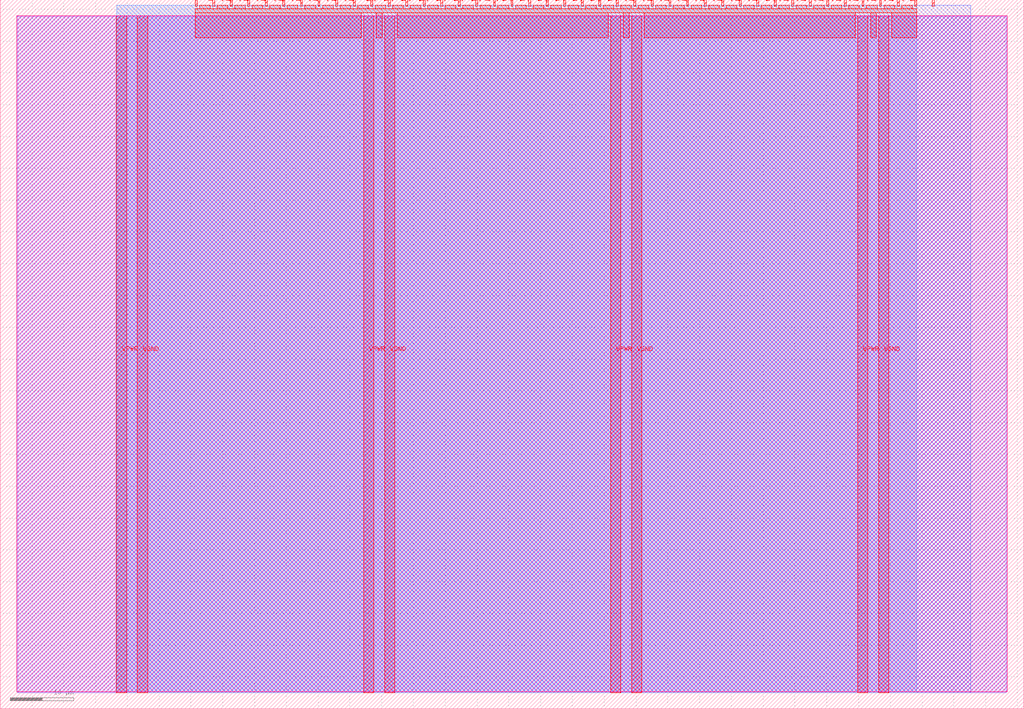
<source format=lef>
VERSION 5.7 ;
  NOWIREEXTENSIONATPIN ON ;
  DIVIDERCHAR "/" ;
  BUSBITCHARS "[]" ;
MACRO tt_um_wokwi_438920793944579073
  CLASS BLOCK ;
  FOREIGN tt_um_wokwi_438920793944579073 ;
  ORIGIN 0.000 0.000 ;
  SIZE 161.000 BY 111.520 ;
  PIN VGND
    DIRECTION INOUT ;
    USE GROUND ;
    PORT
      LAYER met4 ;
        RECT 21.580 2.480 23.180 109.040 ;
    END
    PORT
      LAYER met4 ;
        RECT 60.450 2.480 62.050 109.040 ;
    END
    PORT
      LAYER met4 ;
        RECT 99.320 2.480 100.920 109.040 ;
    END
    PORT
      LAYER met4 ;
        RECT 138.190 2.480 139.790 109.040 ;
    END
  END VGND
  PIN VPWR
    DIRECTION INOUT ;
    USE POWER ;
    PORT
      LAYER met4 ;
        RECT 18.280 2.480 19.880 109.040 ;
    END
    PORT
      LAYER met4 ;
        RECT 57.150 2.480 58.750 109.040 ;
    END
    PORT
      LAYER met4 ;
        RECT 96.020 2.480 97.620 109.040 ;
    END
    PORT
      LAYER met4 ;
        RECT 134.890 2.480 136.490 109.040 ;
    END
  END VPWR
  PIN clk
    DIRECTION INPUT ;
    USE SIGNAL ;
    ANTENNAGATEAREA 0.852000 ;
    PORT
      LAYER met4 ;
        RECT 143.830 110.520 144.130 111.520 ;
    END
  END clk
  PIN ena
    DIRECTION INPUT ;
    USE SIGNAL ;
    PORT
      LAYER met4 ;
        RECT 146.590 110.520 146.890 111.520 ;
    END
  END ena
  PIN rst_n
    DIRECTION INPUT ;
    USE SIGNAL ;
    PORT
      LAYER met4 ;
        RECT 141.070 110.520 141.370 111.520 ;
    END
  END rst_n
  PIN ui_in[0]
    DIRECTION INPUT ;
    USE SIGNAL ;
    ANTENNAGATEAREA 0.196500 ;
    PORT
      LAYER met4 ;
        RECT 138.310 110.520 138.610 111.520 ;
    END
  END ui_in[0]
  PIN ui_in[1]
    DIRECTION INPUT ;
    USE SIGNAL ;
    ANTENNAGATEAREA 0.196500 ;
    PORT
      LAYER met4 ;
        RECT 135.550 110.520 135.850 111.520 ;
    END
  END ui_in[1]
  PIN ui_in[2]
    DIRECTION INPUT ;
    USE SIGNAL ;
    ANTENNAGATEAREA 0.196500 ;
    PORT
      LAYER met4 ;
        RECT 132.790 110.520 133.090 111.520 ;
    END
  END ui_in[2]
  PIN ui_in[3]
    DIRECTION INPUT ;
    USE SIGNAL ;
    PORT
      LAYER met4 ;
        RECT 130.030 110.520 130.330 111.520 ;
    END
  END ui_in[3]
  PIN ui_in[4]
    DIRECTION INPUT ;
    USE SIGNAL ;
    PORT
      LAYER met4 ;
        RECT 127.270 110.520 127.570 111.520 ;
    END
  END ui_in[4]
  PIN ui_in[5]
    DIRECTION INPUT ;
    USE SIGNAL ;
    PORT
      LAYER met4 ;
        RECT 124.510 110.520 124.810 111.520 ;
    END
  END ui_in[5]
  PIN ui_in[6]
    DIRECTION INPUT ;
    USE SIGNAL ;
    PORT
      LAYER met4 ;
        RECT 121.750 110.520 122.050 111.520 ;
    END
  END ui_in[6]
  PIN ui_in[7]
    DIRECTION INPUT ;
    USE SIGNAL ;
    PORT
      LAYER met4 ;
        RECT 118.990 110.520 119.290 111.520 ;
    END
  END ui_in[7]
  PIN uio_in[0]
    DIRECTION INPUT ;
    USE SIGNAL ;
    ANTENNAGATEAREA 0.196500 ;
    PORT
      LAYER met4 ;
        RECT 116.230 110.520 116.530 111.520 ;
    END
  END uio_in[0]
  PIN uio_in[1]
    DIRECTION INPUT ;
    USE SIGNAL ;
    ANTENNAGATEAREA 0.196500 ;
    PORT
      LAYER met4 ;
        RECT 113.470 110.520 113.770 111.520 ;
    END
  END uio_in[1]
  PIN uio_in[2]
    DIRECTION INPUT ;
    USE SIGNAL ;
    ANTENNAGATEAREA 0.196500 ;
    PORT
      LAYER met4 ;
        RECT 110.710 110.520 111.010 111.520 ;
    END
  END uio_in[2]
  PIN uio_in[3]
    DIRECTION INPUT ;
    USE SIGNAL ;
    PORT
      LAYER met4 ;
        RECT 107.950 110.520 108.250 111.520 ;
    END
  END uio_in[3]
  PIN uio_in[4]
    DIRECTION INPUT ;
    USE SIGNAL ;
    PORT
      LAYER met4 ;
        RECT 105.190 110.520 105.490 111.520 ;
    END
  END uio_in[4]
  PIN uio_in[5]
    DIRECTION INPUT ;
    USE SIGNAL ;
    PORT
      LAYER met4 ;
        RECT 102.430 110.520 102.730 111.520 ;
    END
  END uio_in[5]
  PIN uio_in[6]
    DIRECTION INPUT ;
    USE SIGNAL ;
    ANTENNAGATEAREA 0.196500 ;
    PORT
      LAYER met4 ;
        RECT 99.670 110.520 99.970 111.520 ;
    END
  END uio_in[6]
  PIN uio_in[7]
    DIRECTION INPUT ;
    USE SIGNAL ;
    PORT
      LAYER met4 ;
        RECT 96.910 110.520 97.210 111.520 ;
    END
  END uio_in[7]
  PIN uio_oe[0]
    DIRECTION OUTPUT ;
    USE SIGNAL ;
    PORT
      LAYER met4 ;
        RECT 49.990 110.520 50.290 111.520 ;
    END
  END uio_oe[0]
  PIN uio_oe[1]
    DIRECTION OUTPUT ;
    USE SIGNAL ;
    PORT
      LAYER met4 ;
        RECT 47.230 110.520 47.530 111.520 ;
    END
  END uio_oe[1]
  PIN uio_oe[2]
    DIRECTION OUTPUT ;
    USE SIGNAL ;
    PORT
      LAYER met4 ;
        RECT 44.470 110.520 44.770 111.520 ;
    END
  END uio_oe[2]
  PIN uio_oe[3]
    DIRECTION OUTPUT ;
    USE SIGNAL ;
    PORT
      LAYER met4 ;
        RECT 41.710 110.520 42.010 111.520 ;
    END
  END uio_oe[3]
  PIN uio_oe[4]
    DIRECTION OUTPUT ;
    USE SIGNAL ;
    PORT
      LAYER met4 ;
        RECT 38.950 110.520 39.250 111.520 ;
    END
  END uio_oe[4]
  PIN uio_oe[5]
    DIRECTION OUTPUT ;
    USE SIGNAL ;
    PORT
      LAYER met4 ;
        RECT 36.190 110.520 36.490 111.520 ;
    END
  END uio_oe[5]
  PIN uio_oe[6]
    DIRECTION OUTPUT ;
    USE SIGNAL ;
    PORT
      LAYER met4 ;
        RECT 33.430 110.520 33.730 111.520 ;
    END
  END uio_oe[6]
  PIN uio_oe[7]
    DIRECTION OUTPUT ;
    USE SIGNAL ;
    PORT
      LAYER met4 ;
        RECT 30.670 110.520 30.970 111.520 ;
    END
  END uio_oe[7]
  PIN uio_out[0]
    DIRECTION OUTPUT ;
    USE SIGNAL ;
    PORT
      LAYER met4 ;
        RECT 72.070 110.520 72.370 111.520 ;
    END
  END uio_out[0]
  PIN uio_out[1]
    DIRECTION OUTPUT ;
    USE SIGNAL ;
    PORT
      LAYER met4 ;
        RECT 69.310 110.520 69.610 111.520 ;
    END
  END uio_out[1]
  PIN uio_out[2]
    DIRECTION OUTPUT ;
    USE SIGNAL ;
    PORT
      LAYER met4 ;
        RECT 66.550 110.520 66.850 111.520 ;
    END
  END uio_out[2]
  PIN uio_out[3]
    DIRECTION OUTPUT ;
    USE SIGNAL ;
    ANTENNADIFFAREA 0.445500 ;
    PORT
      LAYER met4 ;
        RECT 63.790 110.520 64.090 111.520 ;
    END
  END uio_out[3]
  PIN uio_out[4]
    DIRECTION OUTPUT ;
    USE SIGNAL ;
    ANTENNADIFFAREA 0.445500 ;
    PORT
      LAYER met4 ;
        RECT 61.030 110.520 61.330 111.520 ;
    END
  END uio_out[4]
  PIN uio_out[5]
    DIRECTION OUTPUT ;
    USE SIGNAL ;
    ANTENNADIFFAREA 0.445500 ;
    PORT
      LAYER met4 ;
        RECT 58.270 110.520 58.570 111.520 ;
    END
  END uio_out[5]
  PIN uio_out[6]
    DIRECTION OUTPUT ;
    USE SIGNAL ;
    PORT
      LAYER met4 ;
        RECT 55.510 110.520 55.810 111.520 ;
    END
  END uio_out[6]
  PIN uio_out[7]
    DIRECTION OUTPUT ;
    USE SIGNAL ;
    ANTENNADIFFAREA 0.445500 ;
    PORT
      LAYER met4 ;
        RECT 52.750 110.520 53.050 111.520 ;
    END
  END uio_out[7]
  PIN uo_out[0]
    DIRECTION OUTPUT ;
    USE SIGNAL ;
    ANTENNADIFFAREA 0.445500 ;
    PORT
      LAYER met4 ;
        RECT 94.150 110.520 94.450 111.520 ;
    END
  END uo_out[0]
  PIN uo_out[1]
    DIRECTION OUTPUT ;
    USE SIGNAL ;
    ANTENNADIFFAREA 0.445500 ;
    PORT
      LAYER met4 ;
        RECT 91.390 110.520 91.690 111.520 ;
    END
  END uo_out[1]
  PIN uo_out[2]
    DIRECTION OUTPUT ;
    USE SIGNAL ;
    ANTENNADIFFAREA 0.445500 ;
    PORT
      LAYER met4 ;
        RECT 88.630 110.520 88.930 111.520 ;
    END
  END uo_out[2]
  PIN uo_out[3]
    DIRECTION OUTPUT ;
    USE SIGNAL ;
    ANTENNADIFFAREA 0.445500 ;
    PORT
      LAYER met4 ;
        RECT 85.870 110.520 86.170 111.520 ;
    END
  END uo_out[3]
  PIN uo_out[4]
    DIRECTION OUTPUT ;
    USE SIGNAL ;
    ANTENNADIFFAREA 0.445500 ;
    PORT
      LAYER met4 ;
        RECT 83.110 110.520 83.410 111.520 ;
    END
  END uo_out[4]
  PIN uo_out[5]
    DIRECTION OUTPUT ;
    USE SIGNAL ;
    ANTENNADIFFAREA 0.445500 ;
    PORT
      LAYER met4 ;
        RECT 80.350 110.520 80.650 111.520 ;
    END
  END uo_out[5]
  PIN uo_out[6]
    DIRECTION OUTPUT ;
    USE SIGNAL ;
    ANTENNADIFFAREA 0.795200 ;
    PORT
      LAYER met4 ;
        RECT 77.590 110.520 77.890 111.520 ;
    END
  END uo_out[6]
  PIN uo_out[7]
    DIRECTION OUTPUT ;
    USE SIGNAL ;
    PORT
      LAYER met4 ;
        RECT 74.830 110.520 75.130 111.520 ;
    END
  END uo_out[7]
  OBS
      LAYER nwell ;
        RECT 2.570 2.635 158.430 108.990 ;
      LAYER li1 ;
        RECT 2.760 2.635 158.240 108.885 ;
      LAYER met1 ;
        RECT 2.760 2.480 158.240 109.040 ;
      LAYER met2 ;
        RECT 18.310 2.535 152.620 110.685 ;
      LAYER met3 ;
        RECT 18.290 2.555 144.170 110.665 ;
      LAYER met4 ;
        RECT 31.370 110.120 33.030 110.665 ;
        RECT 34.130 110.120 35.790 110.665 ;
        RECT 36.890 110.120 38.550 110.665 ;
        RECT 39.650 110.120 41.310 110.665 ;
        RECT 42.410 110.120 44.070 110.665 ;
        RECT 45.170 110.120 46.830 110.665 ;
        RECT 47.930 110.120 49.590 110.665 ;
        RECT 50.690 110.120 52.350 110.665 ;
        RECT 53.450 110.120 55.110 110.665 ;
        RECT 56.210 110.120 57.870 110.665 ;
        RECT 58.970 110.120 60.630 110.665 ;
        RECT 61.730 110.120 63.390 110.665 ;
        RECT 64.490 110.120 66.150 110.665 ;
        RECT 67.250 110.120 68.910 110.665 ;
        RECT 70.010 110.120 71.670 110.665 ;
        RECT 72.770 110.120 74.430 110.665 ;
        RECT 75.530 110.120 77.190 110.665 ;
        RECT 78.290 110.120 79.950 110.665 ;
        RECT 81.050 110.120 82.710 110.665 ;
        RECT 83.810 110.120 85.470 110.665 ;
        RECT 86.570 110.120 88.230 110.665 ;
        RECT 89.330 110.120 90.990 110.665 ;
        RECT 92.090 110.120 93.750 110.665 ;
        RECT 94.850 110.120 96.510 110.665 ;
        RECT 97.610 110.120 99.270 110.665 ;
        RECT 100.370 110.120 102.030 110.665 ;
        RECT 103.130 110.120 104.790 110.665 ;
        RECT 105.890 110.120 107.550 110.665 ;
        RECT 108.650 110.120 110.310 110.665 ;
        RECT 111.410 110.120 113.070 110.665 ;
        RECT 114.170 110.120 115.830 110.665 ;
        RECT 116.930 110.120 118.590 110.665 ;
        RECT 119.690 110.120 121.350 110.665 ;
        RECT 122.450 110.120 124.110 110.665 ;
        RECT 125.210 110.120 126.870 110.665 ;
        RECT 127.970 110.120 129.630 110.665 ;
        RECT 130.730 110.120 132.390 110.665 ;
        RECT 133.490 110.120 135.150 110.665 ;
        RECT 136.250 110.120 137.910 110.665 ;
        RECT 139.010 110.120 140.670 110.665 ;
        RECT 141.770 110.120 143.430 110.665 ;
        RECT 30.655 109.440 144.145 110.120 ;
        RECT 30.655 105.575 56.750 109.440 ;
        RECT 59.150 105.575 60.050 109.440 ;
        RECT 62.450 105.575 95.620 109.440 ;
        RECT 98.020 105.575 98.920 109.440 ;
        RECT 101.320 105.575 134.490 109.440 ;
        RECT 136.890 105.575 137.790 109.440 ;
        RECT 140.190 105.575 144.145 109.440 ;
  END
END tt_um_wokwi_438920793944579073
END LIBRARY


</source>
